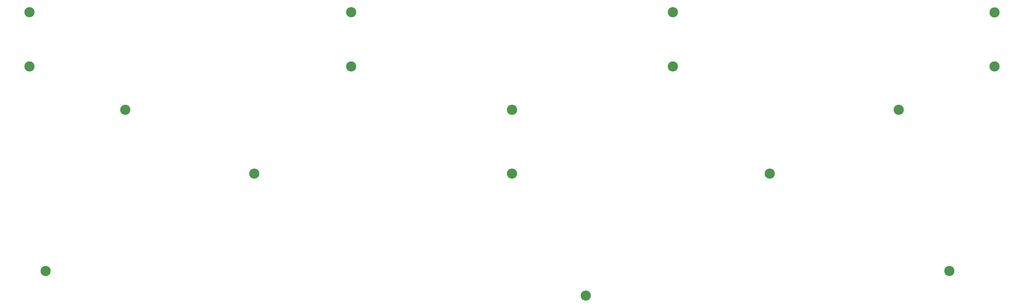
<source format=gbr>
%TF.GenerationSoftware,Altium Limited,Altium Designer,22.1.2 (22)*%
G04 Layer_Color=16711935*
%FSLAX45Y45*%
%MOMM*%
%TF.SameCoordinates,F114383E-4EF1-40AE-95FF-7B5D4795C035*%
%TF.FilePolarity,Negative*%
%TF.FileFunction,Soldermask,Bot*%
%TF.Part,Single*%
G01*
G75*
%TA.AperFunction,ComponentPad*%
%ADD11C,3.96000*%
D11*
X22898100Y5702300D02*
D03*
X12898100D02*
D03*
X32898099D02*
D03*
X37898099Y8182700D02*
D03*
X22898100D02*
D03*
X7898100D02*
D03*
X4178300Y9867900D02*
D03*
Y11976100D02*
D03*
X41617899Y9867900D02*
D03*
X29138000D02*
D03*
X16658157Y11976100D02*
D03*
Y9867900D02*
D03*
X4800600Y1917700D02*
D03*
X25755600Y965200D02*
D03*
X39865302Y1917700D02*
D03*
X29138016Y11976100D02*
D03*
X41617899Y11969750D02*
D03*
%TF.MD5,700187162f12491063b11a1f793ac00b*%
M02*

</source>
